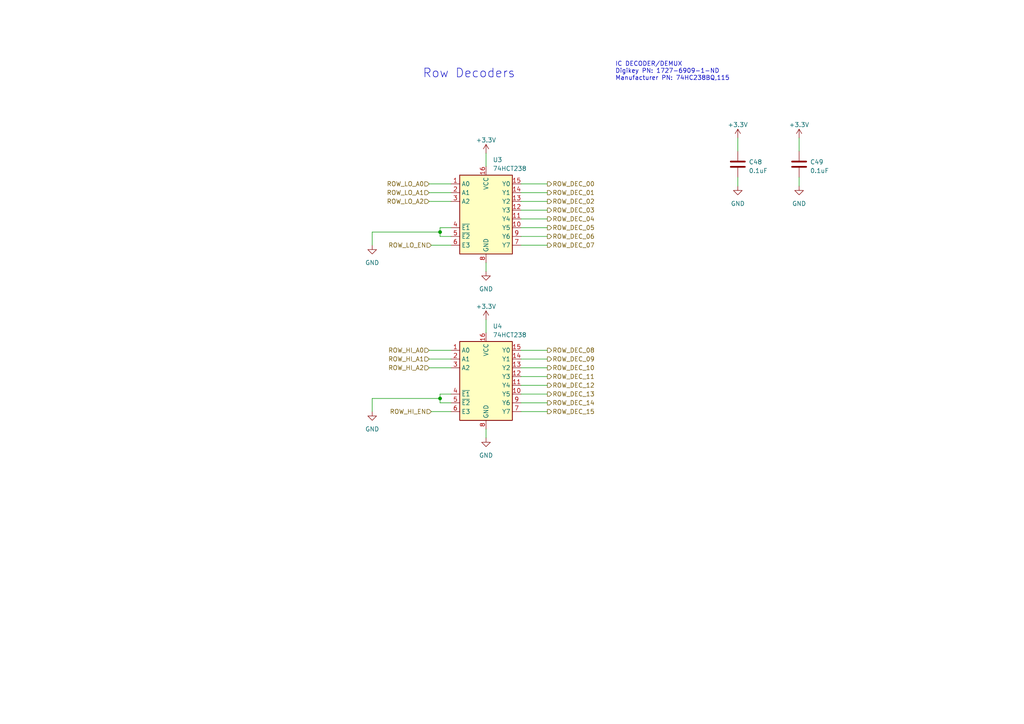
<source format=kicad_sch>
(kicad_sch (version 20230121) (generator eeschema)
  (paper "A4")
  (lib_symbols
    (symbol "74xx:74HCT238"
      (property "Reference" "U" (at -7.62 13.97 0))
      (property "Value" "74HCT238" (at 2.54 -11.43 0))
      (symbol "74HCT238_0_1"
        (rectangle (start -7.62 12.7) (end 7.62 -10.16) (stroke (width 0.254)) (fill (type background)))
      )
      (symbol "74HCT238_1_1"
        (pin input line (at -10.16 10.16 0) (length 2.54) (name "A0") (number "1"))
        (pin output line (at 10.16 -2.54 180) (length 2.54) (name "Y5") (number "10"))
        (pin output line (at 10.16 0 180) (length 2.54) (name "Y4") (number "11"))
        (pin output line (at 10.16 2.54 180) (length 2.54) (name "Y3") (number "12"))
        (pin output line (at 10.16 5.08 180) (length 2.54) (name "Y2") (number "13"))
        (pin output line (at 10.16 7.62 180) (length 2.54) (name "Y1") (number "14"))
        (pin output line (at 10.16 10.16 180) (length 2.54) (name "Y0") (number "15"))
        (pin power_in line (at 0 15.24 270) (length 2.54) (name "VCC") (number "16"))
        (pin input line (at -10.16 7.62 0) (length 2.54) (name "A1") (number "2"))
        (pin input line (at -10.16 5.08 0) (length 2.54) (name "A2") (number "3"))
        (pin input line (at -10.16 -2.54 0) (length 2.54) (name "~{E1}") (number "4"))
        (pin input line (at -10.16 -5.08 0) (length 2.54) (name "~{E2}") (number "5"))
        (pin input line (at -10.16 -7.62 0) (length 2.54) (name "E3") (number "6"))
        (pin output line (at 10.16 -7.62 180) (length 2.54) (name "Y7") (number "7"))
        (pin power_in line (at 0 -12.7 90) (length 2.54) (name "GND") (number "8"))
        (pin output line (at 10.16 -5.08 180) (length 2.54) (name "Y6") (number "9"))
      )
    )
    (symbol "Device:C" (pin_numbers hide) (pin_names (offset 0.254))
      (property "Reference" "C" (at 0.635 2.54 0))
      (property "Value" "C" (at 0.635 -2.54 0))
      (symbol "C_0_1"
        (polyline (pts (xy -2.032 -0.762) (xy 2.032 -0.762)) (stroke (width 0.508)))
        (polyline (pts (xy -2.032 0.762) (xy 2.032 0.762)) (stroke (width 0.508)))
      )
      (symbol "C_1_1"
        (pin passive line (at 0 3.81 270) (length 2.794) (name "~") (number "1"))
        (pin passive line (at 0 -3.81 90) (length 2.794) (name "~") (number "2"))
      )
    )
    (symbol "power:+3.3V" (power) (pin_names (offset 0))
      (property "Value" "+3.3V" (at 0 3.556 0))
      (symbol "+3.3V_0_1"
        (polyline (pts (xy -0.762 1.27) (xy 0 2.54)))
        (polyline (pts (xy 0 0) (xy 0 2.54)))
        (polyline (pts (xy 0 2.54) (xy 0.762 1.27)))
      )
      (symbol "+3.3V_1_1"
        (pin power_in line (at 0 0 90) (length 0) hide (name "+3.3V") (number "1"))
      )
    )
    (symbol "power:GND" (power) (pin_names (offset 0))
      (property "Value" "GND" (at 0 -3.81 0))
      (symbol "GND_0_1"
        (polyline (pts (xy 0 0) (xy 0 -1.27) (xy 1.27 -1.27) (xy 0 -2.54) (xy -1.27 -1.27) (xy 0 -1.27)))
      )
      (symbol "GND_1_1"
        (pin power_in line (at 0 0 270) (length 0) hide (name "GND") (number "1"))
      )
    )
  )
  (junction (at 127.635 115.57))
  (junction (at 127.635 67.31))
  (wire (pts (xy 107.95 115.57) (xy 107.95 119.38)))
  (wire (pts (xy 151.13 58.42) (xy 158.75 58.42)))
  (wire (pts (xy 151.13 60.96) (xy 158.75 60.96)))
  (wire (pts (xy 124.46 58.42) (xy 130.81 58.42)))
  (wire (pts (xy 124.46 104.14) (xy 130.81 104.14)))
  (wire (pts (xy 125.095 71.12) (xy 130.81 71.12)))
  (wire (pts (xy 151.13 119.38) (xy 158.75 119.38)))
  (wire (pts (xy 151.13 109.22) (xy 158.75 109.22)))
  (wire (pts (xy 151.13 116.84) (xy 158.75 116.84)))
  (wire (pts (xy 151.13 114.3) (xy 158.75 114.3)))
  (wire (pts (xy 151.13 71.12) (xy 158.75 71.12)))
  (wire (pts (xy 127.635 66.04) (xy 127.635 67.31)))
  (wire (pts (xy 140.97 44.45) (xy 140.97 48.26)))
  (wire (pts (xy 124.46 106.68) (xy 130.81 106.68)))
  (wire (pts (xy 127.635 67.31) (xy 107.95 67.31)))
  (wire (pts (xy 231.775 51.435) (xy 231.775 53.975)))
  (wire (pts (xy 151.13 68.58) (xy 158.75 68.58)))
  (wire (pts (xy 151.13 66.04) (xy 158.75 66.04)))
  (wire (pts (xy 107.95 67.31) (xy 107.95 71.12)))
  (wire (pts (xy 140.97 92.71) (xy 140.97 96.52)))
  (wire (pts (xy 124.46 55.88) (xy 130.81 55.88)))
  (wire (pts (xy 151.13 104.14) (xy 158.75 104.14)))
  (wire (pts (xy 213.995 51.435) (xy 213.995 53.975)))
  (wire (pts (xy 140.97 124.46) (xy 140.97 127)))
  (wire (pts (xy 127.635 114.3) (xy 127.635 115.57)))
  (wire (pts (xy 151.13 106.68) (xy 158.75 106.68)))
  (wire (pts (xy 151.13 111.76) (xy 158.75 111.76)))
  (wire (pts (xy 127.635 115.57) (xy 107.95 115.57)))
  (wire (pts (xy 124.46 53.34) (xy 130.81 53.34)))
  (wire (pts (xy 124.46 101.6) (xy 130.81 101.6)))
  (wire (pts (xy 231.775 40.005) (xy 231.775 43.815)))
  (wire (pts (xy 125.095 119.38) (xy 130.81 119.38)))
  (wire (pts (xy 151.13 55.88) (xy 158.75 55.88)))
  (wire (pts (xy 151.13 101.6) (xy 158.75 101.6)))
  (wire (pts (xy 151.13 53.34) (xy 158.75 53.34)))
  (wire (pts (xy 127.635 116.84) (xy 130.81 116.84)))
  (wire (pts (xy 127.635 67.31) (xy 127.635 68.58)))
  (wire (pts (xy 151.13 63.5) (xy 158.75 63.5)))
  (wire (pts (xy 130.81 66.04) (xy 127.635 66.04)))
  (wire (pts (xy 140.97 76.2) (xy 140.97 78.74)))
  (wire (pts (xy 213.995 40.005) (xy 213.995 43.815)))
  (wire (pts (xy 130.81 114.3) (xy 127.635 114.3)))
  (wire (pts (xy 127.635 115.57) (xy 127.635 116.84)))
  (wire (pts (xy 127.635 68.58) (xy 130.81 68.58)))
  (text "IC DECODER/DEMUX\nDigikey PN: 1727-6909-1-ND\nManufacturer PN: 74HC238BQ,115" (at 178.435 23.495 0) (effects (font (size 1.27 1.27)) (justify left bottom)))
  (text "Row Decoders" (at 122.555 22.86 0) (effects (font (size 2.54 2.54)) (justify left bottom)))
  (hierarchical_label "ROW_DEC_06" (shape output) (at 158.75 68.58 0))
  (hierarchical_label "ROW_DEC_14" (shape output) (at 158.75 116.84 0))
  (hierarchical_label "ROW_DEC_07" (shape output) (at 158.75 71.12 0))
  (hierarchical_label "ROW_DEC_09" (shape output) (at 158.75 104.14 0))
  (hierarchical_label "ROW_DEC_04" (shape output) (at 158.75 63.5 0))
  (hierarchical_label "ROW_HI_EN" (shape input) (at 125.095 119.38 180))
  (hierarchical_label "ROW_DEC_13" (shape output) (at 158.75 114.3 0))
  (hierarchical_label "ROW_HI_A0" (shape input) (at 124.46 101.6 180))
  (hierarchical_label "ROW_DEC_15" (shape output) (at 158.75 119.38 0))
  (hierarchical_label "ROW_DEC_00" (shape output) (at 158.75 53.34 0))
  (hierarchical_label "ROW_LO_A1" (shape input) (at 124.46 55.88 180))
  (hierarchical_label "ROW_HI_A1" (shape input) (at 124.46 104.14 180))
  (hierarchical_label "ROW_DEC_12" (shape output) (at 158.75 111.76 0))
  (hierarchical_label "ROW_DEC_08" (shape output) (at 158.75 101.6 0))
  (hierarchical_label "ROW_DEC_11" (shape output) (at 158.75 109.22 0))
  (hierarchical_label "ROW_LO_A2" (shape input) (at 124.46 58.42 180))
  (hierarchical_label "ROW_DEC_03" (shape output) (at 158.75 60.96 0))
  (hierarchical_label "ROW_LO_A0" (shape input) (at 124.46 53.34 180))
  (hierarchical_label "ROW_LO_EN" (shape input) (at 125.095 71.12 180))
  (hierarchical_label "ROW_DEC_02" (shape output) (at 158.75 58.42 0))
  (hierarchical_label "ROW_HI_A2" (shape input) (at 124.46 106.68 180))
  (hierarchical_label "ROW_DEC_05" (shape output) (at 158.75 66.04 0))
  (hierarchical_label "ROW_DEC_10" (shape output) (at 158.75 106.68 0))
  (hierarchical_label "ROW_DEC_01" (shape output) (at 158.75 55.88 0))
  (symbol (lib_id "power:GND") (at 107.95 71.12 0) (mirror y) (unit 1)
    (property "Reference" "#PWR080" (effects hide))
    (property "Value" "GND" (at 107.95 76.2 0))
    (instances (project "panel" (path "" (reference "#PWR080") (unit 1)) (path "" (reference "#PWR085") (unit 1))))
  )
  (symbol (lib_id "74xx:74HCT238") (at 140.97 111.76 0) (unit 1)
    (property "Reference" "U4" (at 142.9259 94.615 0) (effects (justify left)))
    (property "Value" "74HCT238" (at 142.9259 97.155 0) (effects (justify left)))
    (property "Datasheet" "https://www.ti.com/lit/ds/symlink/cd74hc238.pdf" (effects hide))
  )
  (symbol (lib_id "Device:C") (at 231.775 47.625 180) (unit 1)
    (property "Reference" "C49" (at 234.95 46.99 0) (effects (justify right)))
    (property "Value" "0.1uF" (at 234.95 49.53 0) (effects (justify right)))
    (property "Footprint" "panel_custom:C_0201_0603Metric" (effects hide))
  )
  (symbol (lib_id "power:+3.3V") (at 231.775 40.005 0) (mirror y) (unit 1)
    (property "Reference" "#PWR087" (effects hide))
    (property "Value" "+3.3V" (at 231.775 36.195 0))
    (instances (project "panel" (path "" (reference "#PWR087") (unit 1)) (path "" (reference "#PWR082") (unit 1))))
  )
  (symbol (lib_id "power:GND") (at 231.775 53.975 0) (mirror y) (unit 1)
    (property "Reference" "#PWR088" (effects hide))
    (property "Value" "GND" (at 231.775 59.055 0))
    (instances (project "panel" (path "" (reference "#PWR088") (unit 1)) (path "" (reference "#PWR084") (unit 1))))
  )
  (symbol (lib_id "power:GND") (at 213.995 53.975 0) (mirror y) (unit 1)
    (property "Reference" "#PWR086" (effects hide))
    (property "Value" "GND" (at 213.995 59.055 0))
    (instances (project "panel" (path "" (reference "#PWR086") (unit 1)) (path "" (reference "#PWR083") (unit 1))))
  )
  (symbol (lib_id "power:GND") (at 140.97 127 0) (mirror y) (unit 1)
    (property "Reference" "#PWR082" (effects hide))
    (property "Value" "GND" (at 140.97 132.08 0))
    (instances (project "panel" (path "" (reference "#PWR082") (unit 1)) (path "" (reference "#PWR088") (unit 1))))
  )
  (symbol (lib_id "Device:C") (at 213.995 47.625 180) (unit 1)
    (property "Reference" "C48" (at 217.17 46.99 0) (effects (justify right)))
    (property "Value" "0.1uF" (at 217.17 49.53 0) (effects (justify right)))
    (property "Footprint" "panel_custom:C_0201_0603Metric" (effects hide))
  )
  (symbol (lib_id "74xx:74HCT238") (at 140.97 63.5 0) (unit 1)
    (property "Reference" "U3" (at 142.9259 46.355 0) (effects (justify left)))
    (property "Value" "74HCT238" (at 142.9259 48.895 0) (effects (justify left)))
    (property "Datasheet" "https://www.ti.com/lit/ds/symlink/cd74hc238.pdf" (effects hide))
  )
  (symbol (lib_id "power:+3.3V") (at 213.995 40.005 0) (mirror y) (unit 1)
    (property "Reference" "#PWR085" (effects hide))
    (property "Value" "+3.3V" (at 213.995 36.195 0))
    (instances (project "panel" (path "" (reference "#PWR085") (unit 1)) (path "" (reference "#PWR080") (unit 1))))
  )
  (symbol (lib_id "power:GND") (at 140.97 78.74 0) (mirror y) (unit 1)
    (property "Reference" "#PWR066" (effects hide))
    (property "Value" "GND" (at 140.97 83.82 0))
    (instances (project "panel" (path "" (reference "#PWR066") (unit 1)) (path "" (reference "#PWR087") (unit 1))))
  )
  (symbol (lib_id "power:+3.3V") (at 140.97 44.45 0) (mirror y) (unit 1)
    (property "Reference" "#PWR083" (effects hide))
    (property "Value" "+3.3V" (at 140.97 40.64 0))
    (instances (project "panel" (path "" (reference "#PWR083") (unit 1)) (path "" (reference "#PWR066") (unit 1))))
  )
  (symbol (lib_id "power:+3.3V") (at 140.97 92.71 0) (mirror y) (unit 1)
    (property "Reference" "#PWR084" (effects hide))
    (property "Value" "+3.3V" (at 140.97 88.9 0))
    (instances (project "panel" (path "" (reference "#PWR084") (unit 1)) (path "" (reference "#PWR081") (unit 1))))
  )
  (symbol (lib_id "power:GND") (at 107.95 119.38 0) (mirror y) (unit 1)
    (property "Reference" "#PWR081" (effects hide))
    (property "Value" "GND" (at 107.95 124.46 0))
    (instances (project "panel" (path "" (reference "#PWR081") (unit 1)) (path "" (reference "#PWR086") (unit 1))))
  )
)
</source>
